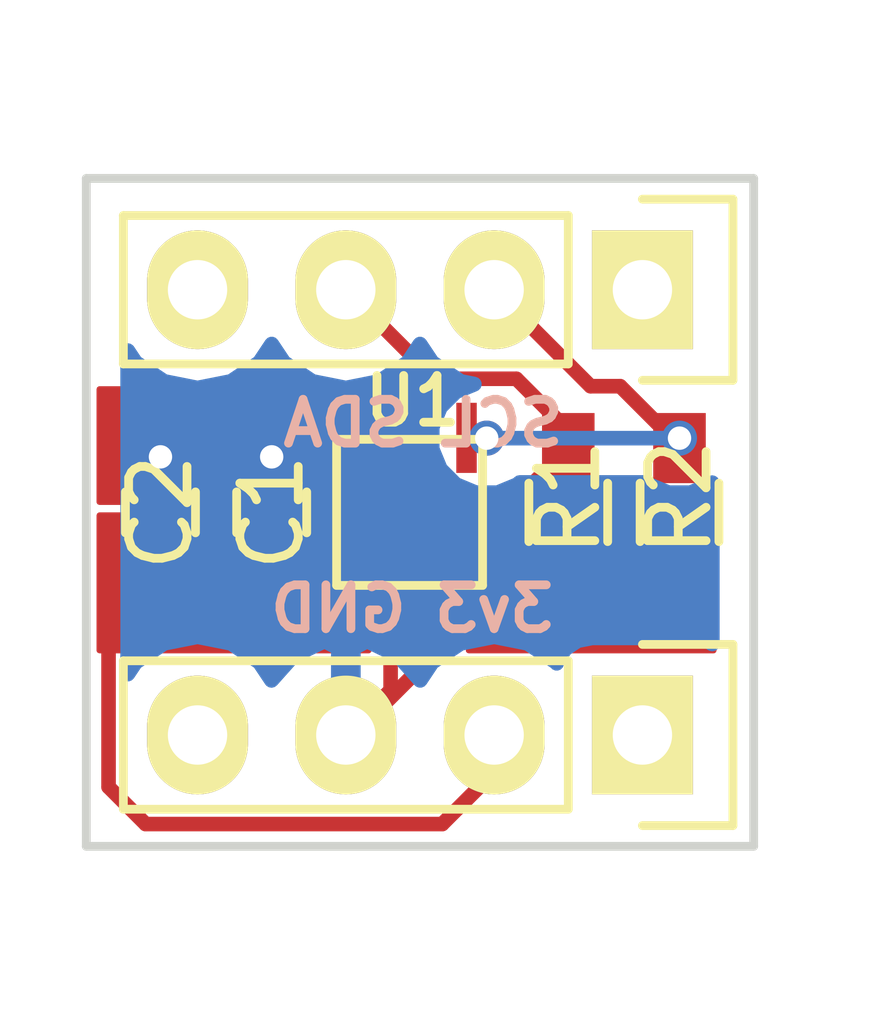
<source format=kicad_pcb>
(kicad_pcb (version 4) (host pcbnew "(2016-01-28 BZR 6518)-product")

  (general
    (links 16)
    (no_connects 0)
    (area 141.12 96.491666 156.475 114.328333)
    (thickness 1.6)
    (drawings 8)
    (tracks 45)
    (zones 0)
    (modules 7)
    (nets 9)
  )

  (page A4)
  (layers
    (0 F.Cu signal)
    (31 B.Cu signal)
    (32 B.Adhes user)
    (33 F.Adhes user)
    (34 B.Paste user)
    (35 F.Paste user)
    (36 B.SilkS user)
    (37 F.SilkS user)
    (38 B.Mask user)
    (39 F.Mask user)
    (40 Dwgs.User user)
    (41 Cmts.User user)
    (42 Eco1.User user)
    (43 Eco2.User user)
    (44 Edge.Cuts user)
    (45 Margin user)
    (46 B.CrtYd user)
    (47 F.CrtYd user)
    (48 B.Fab user)
    (49 F.Fab user)
  )

  (setup
    (last_trace_width 0.25)
    (trace_clearance 0.2)
    (zone_clearance 0.1)
    (zone_45_only yes)
    (trace_min 0.2)
    (segment_width 0.2)
    (edge_width 0.15)
    (via_size 0.6)
    (via_drill 0.4)
    (via_min_size 0.4)
    (via_min_drill 0.3)
    (uvia_size 0.3)
    (uvia_drill 0.1)
    (uvias_allowed no)
    (uvia_min_size 0.2)
    (uvia_min_drill 0.1)
    (pcb_text_width 0.3)
    (pcb_text_size 1.5 1.5)
    (mod_edge_width 0.15)
    (mod_text_size 1 1)
    (mod_text_width 0.15)
    (pad_size 1.524 1.524)
    (pad_drill 0.762)
    (pad_to_mask_clearance 0.2)
    (aux_axis_origin 0 0)
    (grid_origin 170.561 99.314)
    (visible_elements FFFFFF7F)
    (pcbplotparams
      (layerselection 0x010f0_ffffffff)
      (usegerberextensions true)
      (excludeedgelayer true)
      (linewidth 0.100000)
      (plotframeref false)
      (viasonmask false)
      (mode 1)
      (useauxorigin false)
      (hpglpennumber 1)
      (hpglpenspeed 20)
      (hpglpendiameter 15)
      (hpglpenoverlay 2)
      (psnegative false)
      (psa4output false)
      (plotreference true)
      (plotvalue true)
      (plotinvisibletext false)
      (padsonsilk false)
      (subtractmaskfromsilk false)
      (outputformat 1)
      (mirror false)
      (drillshape 0)
      (scaleselection 1)
      (outputdirectory gerber_i2c))
  )

  (net 0 "")
  (net 1 "Net-(P1-Pad4)")
  (net 2 "Net-(P2-Pad1)")
  (net 3 "Net-(P2-Pad2)")
  (net 4 "Net-(P2-Pad4)")
  (net 5 GND)
  (net 6 "Net-(P1-Pad1)")
  (net 7 "Net-(P2-Pad3)")
  (net 8 +3V3)

  (net_class Default "This is the default net class."
    (clearance 0.2)
    (trace_width 0.25)
    (via_dia 0.6)
    (via_drill 0.4)
    (uvia_dia 0.3)
    (uvia_drill 0.1)
    (add_net +3V3)
    (add_net GND)
    (add_net "Net-(P1-Pad1)")
    (add_net "Net-(P1-Pad4)")
    (add_net "Net-(P2-Pad1)")
    (add_net "Net-(P2-Pad2)")
    (add_net "Net-(P2-Pad3)")
    (add_net "Net-(P2-Pad4)")
  )

  (module Pin_Headers:Pin_Header_Straight_1x04 (layer F.Cu) (tedit 56EEEDCA) (tstamp 56EEEEF4)
    (at 152.4 109.22 270)
    (descr "Through hole pin header")
    (tags "pin header")
    (path /56EEE748)
    (fp_text reference P1 (at 0 0 360) (layer F.SilkS)
      (effects (font (size 1 1) (thickness 0.15)))
    )
    (fp_text value CONN_01X04 (at 0 -3.1 270) (layer F.Fab)
      (effects (font (size 1 1) (thickness 0.15)))
    )
    (fp_line (start -1.75 -1.75) (end -1.75 9.4) (layer F.CrtYd) (width 0.05))
    (fp_line (start 1.75 -1.75) (end 1.75 9.4) (layer F.CrtYd) (width 0.05))
    (fp_line (start -1.75 -1.75) (end 1.75 -1.75) (layer F.CrtYd) (width 0.05))
    (fp_line (start -1.75 9.4) (end 1.75 9.4) (layer F.CrtYd) (width 0.05))
    (fp_line (start -1.27 1.27) (end -1.27 8.89) (layer F.SilkS) (width 0.15))
    (fp_line (start 1.27 1.27) (end 1.27 8.89) (layer F.SilkS) (width 0.15))
    (fp_line (start 1.55 -1.55) (end 1.55 0) (layer F.SilkS) (width 0.15))
    (fp_line (start -1.27 8.89) (end 1.27 8.89) (layer F.SilkS) (width 0.15))
    (fp_line (start 1.27 1.27) (end -1.27 1.27) (layer F.SilkS) (width 0.15))
    (fp_line (start -1.55 0) (end -1.55 -1.55) (layer F.SilkS) (width 0.15))
    (fp_line (start -1.55 -1.55) (end 1.55 -1.55) (layer F.SilkS) (width 0.15))
    (pad 1 thru_hole rect (at 0 0 270) (size 2.032 1.7272) (drill 1.016) (layers *.Cu *.Mask F.SilkS)
      (net 6 "Net-(P1-Pad1)"))
    (pad 2 thru_hole oval (at 0 2.54 270) (size 2.032 1.7272) (drill 1.016) (layers *.Cu *.Mask F.SilkS)
      (net 8 +3V3))
    (pad 3 thru_hole oval (at 0 5.08 270) (size 2.032 1.7272) (drill 1.016) (layers *.Cu *.Mask F.SilkS)
      (net 5 GND))
    (pad 4 thru_hole oval (at 0 7.62 270) (size 2.032 1.7272) (drill 1.016) (layers *.Cu *.Mask F.SilkS)
      (net 1 "Net-(P1-Pad4)"))
    (model Pin_Headers.3dshapes/Pin_Header_Straight_1x04.wrl
      (at (xyz 0 -0.15 0))
      (scale (xyz 1 1 1))
      (rotate (xyz 0 0 90))
    )
  )

  (module Pin_Headers:Pin_Header_Straight_1x04 (layer F.Cu) (tedit 56EEEDC4) (tstamp 56EEEEFC)
    (at 152.4 101.6 270)
    (descr "Through hole pin header")
    (tags "pin header")
    (path /56EEE7B1)
    (fp_text reference P2 (at 0 0 360) (layer F.SilkS)
      (effects (font (size 1 1) (thickness 0.15)))
    )
    (fp_text value CONN_01X04 (at 0 -3.1 270) (layer F.Fab)
      (effects (font (size 1 1) (thickness 0.15)))
    )
    (fp_line (start -1.75 -1.75) (end -1.75 9.4) (layer F.CrtYd) (width 0.05))
    (fp_line (start 1.75 -1.75) (end 1.75 9.4) (layer F.CrtYd) (width 0.05))
    (fp_line (start -1.75 -1.75) (end 1.75 -1.75) (layer F.CrtYd) (width 0.05))
    (fp_line (start -1.75 9.4) (end 1.75 9.4) (layer F.CrtYd) (width 0.05))
    (fp_line (start -1.27 1.27) (end -1.27 8.89) (layer F.SilkS) (width 0.15))
    (fp_line (start 1.27 1.27) (end 1.27 8.89) (layer F.SilkS) (width 0.15))
    (fp_line (start 1.55 -1.55) (end 1.55 0) (layer F.SilkS) (width 0.15))
    (fp_line (start -1.27 8.89) (end 1.27 8.89) (layer F.SilkS) (width 0.15))
    (fp_line (start 1.27 1.27) (end -1.27 1.27) (layer F.SilkS) (width 0.15))
    (fp_line (start -1.55 0) (end -1.55 -1.55) (layer F.SilkS) (width 0.15))
    (fp_line (start -1.55 -1.55) (end 1.55 -1.55) (layer F.SilkS) (width 0.15))
    (pad 1 thru_hole rect (at 0 0 270) (size 2.032 1.7272) (drill 1.016) (layers *.Cu *.Mask F.SilkS)
      (net 2 "Net-(P2-Pad1)"))
    (pad 2 thru_hole oval (at 0 2.54 270) (size 2.032 1.7272) (drill 1.016) (layers *.Cu *.Mask F.SilkS)
      (net 3 "Net-(P2-Pad2)"))
    (pad 3 thru_hole oval (at 0 5.08 270) (size 2.032 1.7272) (drill 1.016) (layers *.Cu *.Mask F.SilkS)
      (net 7 "Net-(P2-Pad3)"))
    (pad 4 thru_hole oval (at 0 7.62 270) (size 2.032 1.7272) (drill 1.016) (layers *.Cu *.Mask F.SilkS)
      (net 4 "Net-(P2-Pad4)"))
    (model Pin_Headers.3dshapes/Pin_Header_Straight_1x04.wrl
      (at (xyz 0 -0.15 0))
      (scale (xyz 1 1 1))
      (rotate (xyz 0 0 90))
    )
  )

  (module TO_SOT_Packages_SMD:FGA8 (layer F.Cu) (tedit 56EF1909) (tstamp 56EEEF0C)
    (at 148.4122 105.41)
    (path /56EEE723)
    (solder_mask_margin 0.075)
    (fp_text reference U1 (at 0.0508 -1.905 180) (layer F.SilkS)
      (effects (font (size 0.8 0.8) (thickness 0.15)))
    )
    (fp_text value BME280 (at 0 0) (layer F.Fab)
      (effects (font (size 0.8 0.8) (thickness 0.15)))
    )
    (fp_line (start -1.25 -1.25) (end 1.25 -1.25) (layer F.SilkS) (width 0.15))
    (fp_line (start -1.25 1.25) (end -1.25 -1.25) (layer F.SilkS) (width 0.15))
    (fp_line (start 1.25 -1.25) (end 1.25 1.25) (layer F.SilkS) (width 0.15))
    (fp_line (start 1.25 1.25) (end -1.25 1.25) (layer F.SilkS) (width 0.15))
    (pad 1 smd rect (at -0.975 -1.275) (size 0.35 1.2) (layers F.Cu F.Paste F.Mask)
      (net 5 GND))
    (pad 8 smd rect (at -0.975 1.275) (size 0.35 1.2) (layers F.Cu F.Paste F.Mask)
      (net 8 +3V3))
    (pad 2 smd rect (at -0.325 -1.275) (size 0.35 1.2) (layers F.Cu F.Paste F.Mask)
      (net 8 +3V3))
    (pad 7 smd rect (at -0.325 1.275) (size 0.35 1.2) (layers F.Cu F.Paste F.Mask)
      (net 5 GND))
    (pad 3 smd rect (at 0.325 -1.275) (size 0.35 1.2) (layers F.Cu F.Paste F.Mask)
      (net 7 "Net-(P2-Pad3)"))
    (pad 6 smd rect (at 0.325 1.275) (size 0.35 1.2) (layers F.Cu F.Paste F.Mask)
      (net 8 +3V3))
    (pad 4 smd rect (at 0.975 -1.275) (size 0.35 1.2) (layers F.Cu F.Paste F.Mask)
      (net 3 "Net-(P2-Pad2)"))
    (pad 5 smd rect (at 0.975 1.275) (size 0.35 1.2) (layers F.Cu F.Paste F.Mask)
      (net 5 GND))
  )

  (module Capacitors_SMD:C_0603_HandSoldering (layer F.Cu) (tedit 56EF18FB) (tstamp 56F3ED50)
    (at 146.05 105.41 90)
    (descr "Capacitor SMD 0603, hand soldering")
    (tags "capacitor 0603")
    (path /56EF0056)
    (attr smd)
    (fp_text reference C1 (at 0 0 90) (layer F.SilkS)
      (effects (font (size 1 1) (thickness 0.15)))
    )
    (fp_text value 100nf (at 0 1.9 90) (layer F.Fab)
      (effects (font (size 1 1) (thickness 0.15)))
    )
    (fp_line (start -1.85 -0.75) (end 1.85 -0.75) (layer F.CrtYd) (width 0.05))
    (fp_line (start -1.85 0.75) (end 1.85 0.75) (layer F.CrtYd) (width 0.05))
    (fp_line (start -1.85 -0.75) (end -1.85 0.75) (layer F.CrtYd) (width 0.05))
    (fp_line (start 1.85 -0.75) (end 1.85 0.75) (layer F.CrtYd) (width 0.05))
    (fp_line (start -0.35 -0.6) (end 0.35 -0.6) (layer F.SilkS) (width 0.15))
    (fp_line (start 0.35 0.6) (end -0.35 0.6) (layer F.SilkS) (width 0.15))
    (pad 1 smd rect (at -0.95 0 90) (size 1.2 0.75) (layers F.Cu F.Paste F.Mask)
      (net 8 +3V3))
    (pad 2 smd rect (at 0.95 0 90) (size 1.2 0.75) (layers F.Cu F.Paste F.Mask)
      (net 5 GND))
    (model Capacitors_SMD.3dshapes/C_0603_HandSoldering.wrl
      (at (xyz 0 0 0))
      (scale (xyz 1 1 1))
      (rotate (xyz 0 0 0))
    )
  )

  (module Capacitors_SMD:C_0603_HandSoldering (layer F.Cu) (tedit 56EF1900) (tstamp 56F3ED5C)
    (at 144.145 105.41 270)
    (descr "Capacitor SMD 0603, hand soldering")
    (tags "capacitor 0603")
    (path /56EF01EF)
    (attr smd)
    (fp_text reference C2 (at 0 0 270) (layer F.SilkS)
      (effects (font (size 1 1) (thickness 0.15)))
    )
    (fp_text value 100nf (at 0 1.9 270) (layer F.Fab)
      (effects (font (size 1 1) (thickness 0.15)))
    )
    (fp_line (start -1.85 -0.75) (end 1.85 -0.75) (layer F.CrtYd) (width 0.05))
    (fp_line (start -1.85 0.75) (end 1.85 0.75) (layer F.CrtYd) (width 0.05))
    (fp_line (start -1.85 -0.75) (end -1.85 0.75) (layer F.CrtYd) (width 0.05))
    (fp_line (start 1.85 -0.75) (end 1.85 0.75) (layer F.CrtYd) (width 0.05))
    (fp_line (start -0.35 -0.6) (end 0.35 -0.6) (layer F.SilkS) (width 0.15))
    (fp_line (start 0.35 0.6) (end -0.35 0.6) (layer F.SilkS) (width 0.15))
    (pad 1 smd rect (at -0.95 0 270) (size 1.2 0.75) (layers F.Cu F.Paste F.Mask)
      (net 5 GND))
    (pad 2 smd rect (at 0.95 0 270) (size 1.2 0.75) (layers F.Cu F.Paste F.Mask)
      (net 8 +3V3))
    (model Capacitors_SMD.3dshapes/C_0603_HandSoldering.wrl
      (at (xyz 0 0 0))
      (scale (xyz 1 1 1))
      (rotate (xyz 0 0 0))
    )
  )

  (module Resistors_SMD:R_0603_HandSoldering (layer F.Cu) (tedit 56EF18E5) (tstamp 56F3ED68)
    (at 151.13 105.41 90)
    (descr "Resistor SMD 0603, hand soldering")
    (tags "resistor 0603")
    (path /56EEFDB2)
    (attr smd)
    (fp_text reference R1 (at 0.254 0 90) (layer F.SilkS)
      (effects (font (size 1 1) (thickness 0.15)))
    )
    (fp_text value 10k (at 0 1.9 90) (layer F.Fab)
      (effects (font (size 1 1) (thickness 0.15)))
    )
    (fp_line (start -2 -0.8) (end 2 -0.8) (layer F.CrtYd) (width 0.05))
    (fp_line (start -2 0.8) (end 2 0.8) (layer F.CrtYd) (width 0.05))
    (fp_line (start -2 -0.8) (end -2 0.8) (layer F.CrtYd) (width 0.05))
    (fp_line (start 2 -0.8) (end 2 0.8) (layer F.CrtYd) (width 0.05))
    (fp_line (start 0.5 0.675) (end -0.5 0.675) (layer F.SilkS) (width 0.15))
    (fp_line (start -0.5 -0.675) (end 0.5 -0.675) (layer F.SilkS) (width 0.15))
    (pad 1 smd rect (at -1.1 0 90) (size 1.2 0.9) (layers F.Cu F.Paste F.Mask)
      (net 8 +3V3))
    (pad 2 smd rect (at 1.1 0 90) (size 1.2 0.9) (layers F.Cu F.Paste F.Mask)
      (net 7 "Net-(P2-Pad3)"))
    (model Resistors_SMD.3dshapes/R_0603_HandSoldering.wrl
      (at (xyz 0 0 0))
      (scale (xyz 1 1 1))
      (rotate (xyz 0 0 0))
    )
  )

  (module Resistors_SMD:R_0603_HandSoldering (layer F.Cu) (tedit 56EF18DC) (tstamp 56F3ED74)
    (at 153.035 105.41 90)
    (descr "Resistor SMD 0603, hand soldering")
    (tags "resistor 0603")
    (path /56EEFCEB)
    (attr smd)
    (fp_text reference R2 (at 0.254 0 90) (layer F.SilkS)
      (effects (font (size 1 1) (thickness 0.15)))
    )
    (fp_text value 10k (at 0 1.9 90) (layer F.Fab)
      (effects (font (size 1 1) (thickness 0.15)))
    )
    (fp_line (start -2 -0.8) (end 2 -0.8) (layer F.CrtYd) (width 0.05))
    (fp_line (start -2 0.8) (end 2 0.8) (layer F.CrtYd) (width 0.05))
    (fp_line (start -2 -0.8) (end -2 0.8) (layer F.CrtYd) (width 0.05))
    (fp_line (start 2 -0.8) (end 2 0.8) (layer F.CrtYd) (width 0.05))
    (fp_line (start 0.5 0.675) (end -0.5 0.675) (layer F.SilkS) (width 0.15))
    (fp_line (start -0.5 -0.675) (end 0.5 -0.675) (layer F.SilkS) (width 0.15))
    (pad 1 smd rect (at -1.1 0 90) (size 1.2 0.9) (layers F.Cu F.Paste F.Mask)
      (net 8 +3V3))
    (pad 2 smd rect (at 1.1 0 90) (size 1.2 0.9) (layers F.Cu F.Paste F.Mask)
      (net 3 "Net-(P2-Pad2)"))
    (model Resistors_SMD.3dshapes/R_0603_HandSoldering.wrl
      (at (xyz 0 0 0))
      (scale (xyz 1 1 1))
      (rotate (xyz 0 0 0))
    )
  )

  (gr_text SCL (at 149.987 103.886) (layer B.SilkS)
    (effects (font (size 0.75 0.75) (thickness 0.15)) (justify mirror))
  )
  (gr_text SDA (at 147.32 103.886) (layer B.SilkS)
    (effects (font (size 0.75 0.75) (thickness 0.15)) (justify mirror))
  )
  (gr_text 3v3 (at 149.86 107.061) (layer B.SilkS)
    (effects (font (size 0.75 0.75) (thickness 0.15)) (justify mirror))
  )
  (gr_text GND (at 147.193 107.061) (layer B.SilkS)
    (effects (font (size 0.75 0.75) (thickness 0.15)) (justify mirror))
  )
  (gr_line (start 142.875 99.695) (end 154.305 99.695) (angle 90) (layer Edge.Cuts) (width 0.15))
  (gr_line (start 142.875 111.125) (end 142.875 99.695) (angle 90) (layer Edge.Cuts) (width 0.15))
  (gr_line (start 154.305 111.125) (end 142.875 111.125) (angle 90) (layer Edge.Cuts) (width 0.15))
  (gr_line (start 154.305 99.695) (end 154.305 111.125) (angle 90) (layer Edge.Cuts) (width 0.15))

  (segment (start 153.035 104.31) (end 153.035 104.267) (width 0.25) (layer F.Cu) (net 3) (status C00000))
  (segment (start 153.035 104.267) (end 152.019 103.251) (width 0.25) (layer F.Cu) (net 3) (tstamp 56F3EEB4) (status 400000))
  (segment (start 151.511 103.251) (end 149.86 101.6) (width 0.25) (layer F.Cu) (net 3) (tstamp 56F3EEB6) (status 800000))
  (segment (start 152.019 103.251) (end 151.511 103.251) (width 0.25) (layer F.Cu) (net 3) (tstamp 56F3EEB5))
  (via (at 153.035 104.14) (size 0.6) (drill 0.4) (layers F.Cu B.Cu) (net 3) (status 800000))
  (segment (start 153.035 104.14) (end 153.035 104.31) (width 0.25) (layer F.Cu) (net 3) (tstamp 56F3EEB1) (status C00000))
  (segment (start 149.3872 104.135) (end 149.728 104.135) (width 0.25) (layer F.Cu) (net 3) (status 400000))
  (segment (start 149.733 104.14) (end 153.035 104.14) (width 0.25) (layer B.Cu) (net 3) (tstamp 56F3EEAD))
  (via (at 149.733 104.14) (size 0.6) (drill 0.4) (layers F.Cu B.Cu) (net 3))
  (segment (start 149.728 104.135) (end 149.733 104.14) (width 0.25) (layer F.Cu) (net 3) (tstamp 56F3EEAB))
  (segment (start 149.86 101.6) (end 149.225 101.6) (width 0.25) (layer F.Cu) (net 3))
  (via (at 144.145 104.46) (size 0.6) (drill 0.4) (layers F.Cu B.Cu) (net 5) (status C00000))
  (segment (start 144.145 104.46) (end 144.145 104.521) (width 0.25) (layer B.Cu) (net 5) (tstamp 56F3EF21) (status 400000))
  (segment (start 147.32 109.22) (end 147.447 109.22) (width 0.25) (layer F.Cu) (net 5) (status C00000))
  (segment (start 147.447 109.22) (end 149.3872 107.2798) (width 0.25) (layer F.Cu) (net 5) (tstamp 56F3EEEF) (status C00000))
  (segment (start 149.3872 107.2798) (end 149.3872 106.685) (width 0.25) (layer F.Cu) (net 5) (tstamp 56F3EEF0) (status C00000))
  (segment (start 149.601 106.685) (end 149.606 106.68) (width 0.25) (layer F.Cu) (net 5) (tstamp 56F3EECE))
  (segment (start 148.0872 106.685) (end 148.0872 108.4528) (width 0.25) (layer F.Cu) (net 5))
  (segment (start 148.0872 108.4528) (end 147.32 109.22) (width 0.25) (layer F.Cu) (net 5) (tstamp 56F3EE84))
  (segment (start 147.4372 104.135) (end 146.375 104.135) (width 0.25) (layer F.Cu) (net 5))
  (segment (start 146.375 104.135) (end 146.05 104.46) (width 0.25) (layer F.Cu) (net 5) (tstamp 56F3EE42))
  (via (at 146.05 104.46) (size 0.6) (drill 0.4) (layers F.Cu B.Cu) (net 5))
  (segment (start 146.05 104.46) (end 146.05 104.775) (width 0.25) (layer B.Cu) (net 5) (tstamp 56F3EE3E))
  (segment (start 147.4372 103.3878) (end 147.4372 104.135) (width 0.25) (layer F.Cu) (net 5) (tstamp 56F3EDB2))
  (segment (start 148.7372 104.135) (end 148.7372 104.9222) (width 0.25) (layer F.Cu) (net 7) (status 400000))
  (segment (start 150.284 105.156) (end 151.13 104.31) (width 0.25) (layer F.Cu) (net 7) (tstamp 56F3EF10) (status 800000))
  (segment (start 148.971 105.156) (end 150.284 105.156) (width 0.25) (layer F.Cu) (net 7) (tstamp 56F3EF0F))
  (segment (start 148.7372 104.9222) (end 148.971 105.156) (width 0.25) (layer F.Cu) (net 7) (tstamp 56F3EF0E))
  (segment (start 151.13 104.31) (end 151.13 104.013) (width 0.25) (layer F.Cu) (net 7) (status C00000))
  (segment (start 151.13 104.013) (end 150.241 103.124) (width 0.25) (layer F.Cu) (net 7) (tstamp 56F3EEA5) (status 400000))
  (segment (start 148.844 103.124) (end 147.32 101.6) (width 0.25) (layer F.Cu) (net 7) (tstamp 56F3EEA7) (status 800000))
  (segment (start 150.241 103.124) (end 148.844 103.124) (width 0.25) (layer F.Cu) (net 7) (tstamp 56F3EEA6))
  (segment (start 148.7372 104.135) (end 148.7372 104.7952) (width 0.25) (layer F.Cu) (net 7))
  (segment (start 148.0872 104.135) (end 148.0872 105.0342) (width 0.25) (layer F.Cu) (net 8) (status 400000))
  (segment (start 148.0872 105.0342) (end 148.59 105.537) (width 0.25) (layer F.Cu) (net 8) (tstamp 56F3EF1B))
  (segment (start 149.86 109.22) (end 149.86 109.855) (width 0.25) (layer F.Cu) (net 8) (status C00000))
  (segment (start 149.86 109.855) (end 148.971 110.744) (width 0.25) (layer F.Cu) (net 8) (tstamp 56F3EEDD) (status 400000))
  (segment (start 143.449 106.36) (end 144.145 106.36) (width 0.25) (layer F.Cu) (net 8) (tstamp 56F3EEE2) (status 800000))
  (segment (start 143.256 106.553) (end 143.449 106.36) (width 0.25) (layer F.Cu) (net 8) (tstamp 56F3EEE1))
  (segment (start 143.256 110.109) (end 143.256 106.553) (width 0.25) (layer F.Cu) (net 8) (tstamp 56F3EEE0))
  (segment (start 143.891 110.744) (end 143.256 110.109) (width 0.25) (layer F.Cu) (net 8) (tstamp 56F3EEDF))
  (segment (start 148.971 110.744) (end 143.891 110.744) (width 0.25) (layer F.Cu) (net 8) (tstamp 56F3EEDE))
  (segment (start 147.955 104.2672) (end 148.0872 104.135) (width 0.25) (layer F.Cu) (net 8) (tstamp 56F3EE96))
  (segment (start 151.13 106.51) (end 153.035 106.51) (width 0.25) (layer F.Cu) (net 8) (tstamp 56F3EE92))
  (segment (start 146.375 106.685) (end 146.05 106.36) (width 0.25) (layer F.Cu) (net 8) (tstamp 56F3EE38))

  (zone (net 5) (net_name GND) (layer B.Cu) (tstamp 56EEEFC5) (hatch edge 0.508)
    (connect_pads (clearance 0.508))
    (min_thickness 0.254)
    (fill yes (arc_segments 16) (thermal_gap 0.508) (thermal_bridge_width 0.508))
    (polygon
      (pts
        (xy 154.305 111.125) (xy 142.875 111.125) (xy 142.875 99.695) (xy 154.305 99.695) (xy 154.305 111.125)
      )
    )
    (filled_polygon
      (pts
        (xy 148.80033 102.844415) (xy 149.286511 103.169271) (xy 149.521019 103.215917) (xy 149.204057 103.346883) (xy 148.940808 103.609673)
        (xy 148.798162 103.953201) (xy 148.797838 104.325167) (xy 148.939883 104.668943) (xy 149.202673 104.932192) (xy 149.546201 105.074838)
        (xy 149.918167 105.075162) (xy 150.261943 104.933117) (xy 150.295118 104.9) (xy 152.472537 104.9) (xy 152.504673 104.932192)
        (xy 152.848201 105.074838) (xy 153.220167 105.075162) (xy 153.563943 104.933117) (xy 153.595 104.902114) (xy 153.595 107.661727)
        (xy 153.511365 107.605843) (xy 153.2636 107.55656) (xy 151.5364 107.55656) (xy 151.288635 107.605843) (xy 151.078591 107.746191)
        (xy 150.938243 107.956235) (xy 150.931016 107.992566) (xy 150.91967 107.975585) (xy 150.433489 107.650729) (xy 149.86 107.536655)
        (xy 149.286511 107.650729) (xy 148.80033 107.975585) (xy 148.593539 108.285069) (xy 148.222036 107.869268) (xy 147.694791 107.615291)
        (xy 147.679026 107.612642) (xy 147.447 107.733783) (xy 147.447 109.093) (xy 147.467 109.093) (xy 147.467 109.347)
        (xy 147.447 109.347) (xy 147.447 109.367) (xy 147.193 109.367) (xy 147.193 109.347) (xy 147.173 109.347)
        (xy 147.173 109.093) (xy 147.193 109.093) (xy 147.193 107.733783) (xy 146.960974 107.612642) (xy 146.945209 107.615291)
        (xy 146.417964 107.869268) (xy 146.046461 108.285069) (xy 145.83967 107.975585) (xy 145.353489 107.650729) (xy 144.78 107.536655)
        (xy 144.206511 107.650729) (xy 143.72033 107.975585) (xy 143.585 108.178121) (xy 143.585 102.641879) (xy 143.72033 102.844415)
        (xy 144.206511 103.169271) (xy 144.78 103.283345) (xy 145.353489 103.169271) (xy 145.83967 102.844415) (xy 146.05 102.529634)
        (xy 146.26033 102.844415) (xy 146.746511 103.169271) (xy 147.32 103.283345) (xy 147.893489 103.169271) (xy 148.37967 102.844415)
        (xy 148.59 102.529634)
      )
    )
  )
  (zone (net 8) (net_name +3V3) (layer F.Cu) (tstamp 56F3EEEB) (hatch edge 0.508)
    (connect_pads yes (clearance 0.1))
    (min_thickness 0.1)
    (fill yes (arc_segments 16) (thermal_gap 0.508) (thermal_bridge_width 0.508))
    (polygon
      (pts
        (xy 153.67 107.823) (xy 142.875 107.823) (xy 142.875 105.41) (xy 153.67 105.41) (xy 153.67 107.823)
      )
    )
    (filled_polygon
      (pts
        (xy 148.827493 105.502455) (xy 148.971 105.531) (xy 150.284 105.531) (xy 150.427507 105.502455) (xy 150.491045 105.46)
        (xy 153.62 105.46) (xy 153.62 107.773) (xy 149.42433 107.773) (xy 149.652365 107.544965) (xy 149.675952 107.509665)
        (xy 149.742439 107.465239) (xy 149.797694 107.382545) (xy 149.817097 107.285) (xy 149.817097 106.982951) (xy 149.866165 106.950165)
        (xy 149.871165 106.945165) (xy 149.952455 106.823507) (xy 149.981 106.68) (xy 149.952455 106.536493) (xy 149.871165 106.414835)
        (xy 149.817097 106.378708) (xy 149.817097 106.085) (xy 149.797694 105.987455) (xy 149.742439 105.904761) (xy 149.659745 105.849506)
        (xy 149.5622 105.830103) (xy 149.2122 105.830103) (xy 149.114655 105.849506) (xy 149.031961 105.904761) (xy 148.976706 105.987455)
        (xy 148.957303 106.085) (xy 148.957303 107.179367) (xy 148.4622 107.67447) (xy 148.4622 107.435665) (xy 148.497694 107.382545)
        (xy 148.517097 107.285) (xy 148.517097 106.085) (xy 148.497694 105.987455) (xy 148.442439 105.904761) (xy 148.359745 105.849506)
        (xy 148.2622 105.830103) (xy 147.9122 105.830103) (xy 147.814655 105.849506) (xy 147.731961 105.904761) (xy 147.676706 105.987455)
        (xy 147.657303 106.085) (xy 147.657303 107.285) (xy 147.676706 107.382545) (xy 147.7122 107.435665) (xy 147.7122 107.773)
        (xy 143.1 107.773) (xy 143.1 105.46) (xy 148.763955 105.46)
      )
    )
  )
  (zone (net 5) (net_name GND) (layer F.Cu) (tstamp 56F3EF1F) (hatch edge 0.508)
    (connect_pads yes (clearance 0.1))
    (min_thickness 0.1)
    (fill yes (arc_segments 16) (thermal_gap 0.508) (thermal_bridge_width 0.508))
    (polygon
      (pts
        (xy 143.129 103.251) (xy 147.574 103.251) (xy 147.574 104.775) (xy 146.431 104.775) (xy 146.431 105.283)
        (xy 142.875 105.283) (xy 142.875 103.251) (xy 143.129 103.251)
      )
    )
    (filled_polygon
      (pts
        (xy 147.524 104.725) (xy 146.431 104.725) (xy 146.411866 104.728806) (xy 146.395645 104.739645) (xy 146.384806 104.755866)
        (xy 146.381 104.775) (xy 146.381 105.233) (xy 143.1 105.233) (xy 143.1 103.301) (xy 147.524 103.301)
      )
    )
  )
)

</source>
